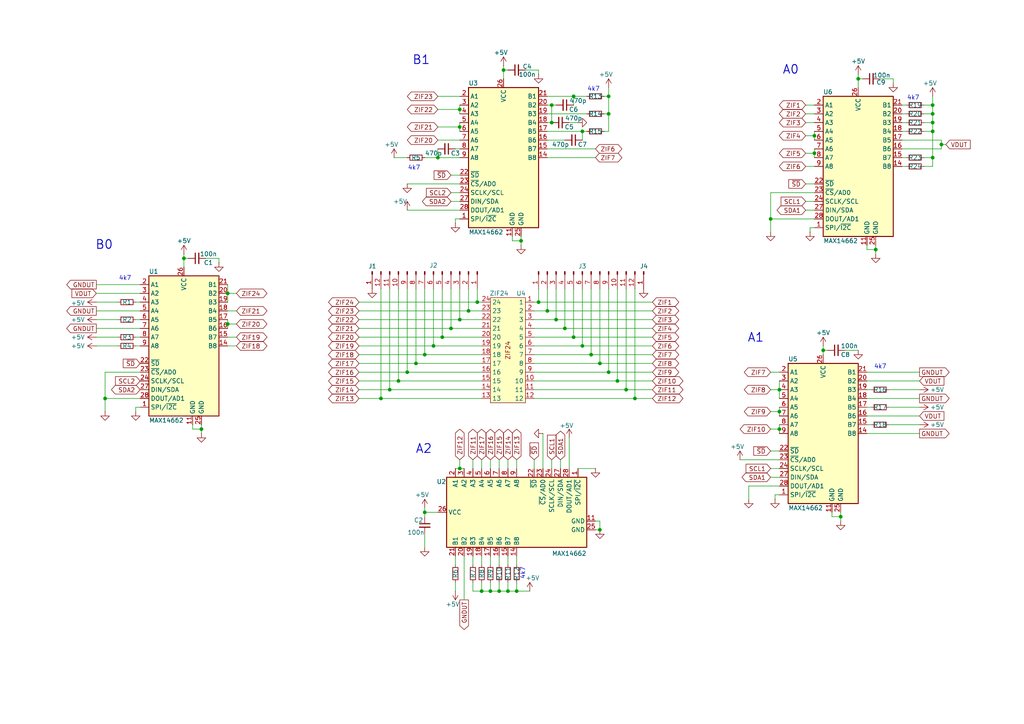
<source format=kicad_sch>
(kicad_sch (version 20250114) (generator "eeschema") (generator_version "9.0")
  (paper "A4")
  (title_block (title "Logic IC tester") (date "2025-04-16") (rev "3.0") (company "https://mera400.pl"))
  (text "A0" (at 229.362 20.32 0) (effects (font (size 2.54 2.54) (thickness 0.254) (bold yes))))
  (text "A2" (at 122.936 130.302 0) (effects (font (size 2.54 2.54) (thickness 0.254) (bold yes))))
  (text "A1" (at 219.202 98.044 0) (effects (font (size 2.54 2.54) (thickness 0.254) (bold yes))))
  (text "B1" (at 122.174 17.526 0) (effects (font (size 2.54 2.54) (thickness 0.254) (bold yes))))
  (text "4k7" (at 266.7 29.21 0) (effects (font (size 1.27 1.27)) (justify right bottom)))
  (text "4k7" (at 173.99 26.67 0) (effects (font (size 1.27 1.27)) (justify right bottom)))
  (text "B0" (at 30.226 71.12 0) (effects (font (size 2.54 2.54) (thickness 0.254) (bold yes))))
  (text "4k7" (at 121.92 49.53 0) (effects (font (size 1.27 1.27)) (justify right bottom)))
  (text "4k7" (at 152.4 168.148 90) (effects (font (size 1.27 1.27)) (justify left bottom)))
  (text "4k7" (at 38.1 81.534 0) (effects (font (size 1.27 1.27)) (justify right bottom)))
  (text "4k7" (at 253.492 107.188 0) (effects (font (size 1.27 1.27)) (justify left bottom)))
  (junction (at 151.13 69.85))
  (junction (at 66.04 85.09))
  (junction (at 127 45.72))
  (junction (at 149.86 171.45))
  (junction (at 168.91 100.33))
  (junction (at 166.37 27.94))
  (junction (at 160.02 30.48))
  (junction (at 128.27 97.79))
  (junction (at 273.05 41.91))
  (junction (at 118.11 107.95))
  (junction (at 173.99 153.67))
  (junction (at 176.53 27.94))
  (junction (at 125.73 100.33))
  (junction (at 158.75 90.17))
  (junction (at 176.53 107.95))
  (junction (at 135.89 90.17))
  (junction (at 173.99 105.41))
  (junction (at 243.84 149.86))
  (junction (at 168.91 38.1))
  (junction (at 226.06 124.46))
  (junction (at 270.51 35.56))
  (junction (at 270.51 33.02))
  (junction (at 138.43 87.63))
  (junction (at 110.49 115.57))
  (junction (at 236.22 44.45))
  (junction (at 58.42 124.46))
  (junction (at 147.32 171.45))
  (junction (at 156.21 87.63))
  (junction (at 223.52 63.5))
  (junction (at 53.34 74.93))
  (junction (at 181.61 113.03))
  (junction (at 226.06 113.03))
  (junction (at 161.29 92.71))
  (junction (at 176.53 33.02))
  (junction (at 270.51 38.1))
  (junction (at 146.05 20.32))
  (junction (at 133.35 135.89))
  (junction (at 270.51 30.48))
  (junction (at 133.35 31.75))
  (junction (at 160.02 35.56))
  (junction (at 254 72.39))
  (junction (at 133.35 36.83))
  (junction (at 226.06 119.38))
  (junction (at 142.24 171.45))
  (junction (at 236.22 39.37))
  (junction (at 139.7 171.45))
  (junction (at 166.37 97.79))
  (junction (at 179.07 110.49))
  (junction (at 270.51 45.72))
  (junction (at 171.45 102.87))
  (junction (at 144.78 171.45))
  (junction (at 113.03 113.03))
  (junction (at 238.76 101.6))
  (junction (at 115.57 110.49))
  (junction (at 248.92 22.86))
  (junction (at 184.15 115.57))
  (junction (at 120.65 105.41))
  (junction (at 130.81 95.25))
  (junction (at 133.35 92.71))
  (junction (at 123.19 102.87))
  (junction (at 30.48 115.57))
  (junction (at 163.83 95.25))
  (junction (at 123.19 148.59))
  (junction (at 66.04 93.98))
  (wire (pts (xy 223.52 63.5) (xy 223.52 67.31)))
  (wire (pts (xy 63.5 74.93) (xy 63.5 76.2)))
  (wire (pts (xy 27.94 95.25) (xy 40.64 95.25)))
  (wire (pts (xy 58.42 125.73) (xy 58.42 124.46)))
  (wire (pts (xy 236.22 38.1) (xy 236.22 39.37)))
  (wire (pts (xy 120.65 105.41) (xy 139.7 105.41)))
  (wire (pts (xy 176.53 25.4) (xy 176.53 27.94)))
  (wire (pts (xy 133.35 92.71) (xy 139.7 92.71)))
  (wire (pts (xy 115.57 83.82) (xy 115.57 110.49)))
  (wire (pts (xy 130.81 55.88) (xy 133.35 55.88)))
  (wire (pts (xy 226.06 133.35) (xy 214.63 133.35)))
  (wire (pts (xy 234.95 66.04) (xy 236.22 66.04)))
  (wire (pts (xy 243.84 149.86) (xy 243.84 148.59)))
  (wire (pts (xy 54.61 74.93) (xy 53.34 74.93)))
  (wire (pts (xy 156.21 83.82) (xy 156.21 87.63)))
  (wire (pts (xy 154.94 100.33) (xy 168.91 100.33)))
  (wire (pts (xy 273.05 41.91) (xy 273.05 43.18)))
  (wire (pts (xy 181.61 113.03) (xy 189.23 113.03)))
  (wire (pts (xy 270.51 35.56) (xy 270.51 38.1)))
  (wire (pts (xy 163.83 95.25) (xy 189.23 95.25)))
  (wire (pts (xy 251.46 120.65) (xy 266.7 120.65)))
  (wire (pts (xy 163.83 40.64) (xy 158.75 40.64)))
  (wire (pts (xy 147.32 168.91) (xy 147.32 171.45)))
  (wire (pts (xy 224.79 143.51) (xy 226.06 143.51)))
  (wire (pts (xy 149.86 171.45) (xy 153.67 171.45)))
  (wire (pts (xy 154.94 110.49) (xy 179.07 110.49)))
  (wire (pts (xy 142.24 171.45) (xy 144.78 171.45)))
  (wire (pts (xy 240.03 101.6) (xy 238.76 101.6)))
  (wire (pts (xy 30.48 119.38) (xy 30.48 115.57)))
  (wire (pts (xy 223.52 107.95) (xy 226.06 107.95)))
  (wire (pts (xy 267.97 35.56) (xy 270.51 35.56)))
  (wire (pts (xy 146.05 19.05) (xy 146.05 20.32)))
  (wire (pts (xy 248.92 22.86) (xy 248.92 25.4)))
  (wire (pts (xy 267.97 30.48) (xy 270.51 30.48)))
  (wire (pts (xy 39.37 87.63) (xy 40.64 87.63)))
  (wire (pts (xy 104.14 92.71) (xy 133.35 92.71)))
  (wire (pts (xy 172.72 135.89) (xy 167.64 135.89)))
  (wire (pts (xy 154.94 115.57) (xy 184.15 115.57)))
  (wire (pts (xy 154.94 90.17) (xy 158.75 90.17)))
  (wire (pts (xy 127 43.18) (xy 127 45.72)))
  (wire (pts (xy 172.72 43.18) (xy 158.75 43.18)))
  (wire (pts (xy 233.68 48.26) (xy 236.22 48.26)))
  (wire (pts (xy 27.94 100.33) (xy 34.29 100.33)))
  (wire (pts (xy 259.08 22.86) (xy 259.08 24.13)))
  (wire (pts (xy 226.06 119.38) (xy 226.06 120.65)))
  (wire (pts (xy 238.76 100.33) (xy 238.76 101.6)))
  (wire (pts (xy 40.64 85.09) (xy 27.94 85.09)))
  (wire (pts (xy 223.52 130.81) (xy 226.06 130.81)))
  (wire (pts (xy 154.94 87.63) (xy 156.21 87.63)))
  (wire (pts (xy 257.81 123.19) (xy 266.7 123.19)))
  (wire (pts (xy 176.53 27.94) (xy 176.53 33.02)))
  (wire (pts (xy 135.89 83.82) (xy 135.89 90.17)))
  (wire (pts (xy 127 36.83) (xy 133.35 36.83)))
  (wire (pts (xy 261.62 35.56) (xy 262.89 35.56)))
  (wire (pts (xy 163.83 83.82) (xy 163.83 95.25)))
  (wire (pts (xy 156.21 87.63) (xy 189.23 87.63)))
  (wire (pts (xy 233.68 53.34) (xy 236.22 53.34)))
  (wire (pts (xy 104.14 113.03) (xy 113.03 113.03)))
  (wire (pts (xy 233.68 60.96) (xy 236.22 60.96)))
  (wire (pts (xy 104.14 87.63) (xy 138.43 87.63)))
  (wire (pts (xy 251.46 72.39) (xy 251.46 71.12)))
  (wire (pts (xy 132.08 161.29) (xy 132.08 163.83)))
  (wire (pts (xy 261.62 45.72) (xy 262.89 45.72)))
  (wire (pts (xy 151.13 69.85) (xy 151.13 68.58)))
  (wire (pts (xy 217.17 140.97) (xy 217.17 144.78)))
  (wire (pts (xy 104.14 105.41) (xy 120.65 105.41)))
  (wire (pts (xy 128.27 83.82) (xy 128.27 97.79)))
  (wire (pts (xy 261.62 48.26) (xy 262.89 48.26)))
  (wire (pts (xy 104.14 97.79) (xy 128.27 97.79)))
  (wire (pts (xy 267.97 48.26) (xy 270.51 48.26)))
  (wire (pts (xy 154.94 105.41) (xy 173.99 105.41)))
  (wire (pts (xy 30.48 107.95) (xy 30.48 115.57)))
  (wire (pts (xy 251.46 115.57) (xy 266.7 115.57)))
  (wire (pts (xy 118.11 83.82) (xy 118.11 107.95)))
  (wire (pts (xy 251.46 125.73) (xy 266.7 125.73)))
  (wire (pts (xy 166.37 27.94) (xy 166.37 30.48)))
  (wire (pts (xy 161.29 30.48) (xy 160.02 30.48)))
  (wire (pts (xy 241.3 149.86) (xy 243.84 149.86)))
  (wire (pts (xy 158.75 90.17) (xy 189.23 90.17)))
  (wire (pts (xy 66.04 85.09) (xy 66.04 87.63)))
  (wire (pts (xy 137.16 161.29) (xy 137.16 163.83)))
  (wire (pts (xy 139.7 133.35) (xy 139.7 135.89)))
  (wire (pts (xy 104.14 102.87) (xy 123.19 102.87)))
  (wire (pts (xy 248.92 22.86) (xy 250.19 22.86)))
  (wire (pts (xy 154.94 102.87) (xy 171.45 102.87)))
  (wire (pts (xy 66.04 90.17) (xy 68.58 90.17)))
  (wire (pts (xy 168.91 83.82) (xy 168.91 100.33)))
  (wire (pts (xy 270.51 45.72) (xy 270.51 48.26)))
  (wire (pts (xy 27.94 82.55) (xy 40.64 82.55)))
  (wire (pts (xy 147.32 171.45) (xy 149.86 171.45)))
  (wire (pts (xy 154.94 92.71) (xy 161.29 92.71)))
  (wire (pts (xy 110.49 115.57) (xy 139.7 115.57)))
  (wire (pts (xy 104.14 100.33) (xy 125.73 100.33)))
  (wire (pts (xy 176.53 33.02) (xy 175.26 33.02)))
  (wire (pts (xy 40.64 100.33) (xy 39.37 100.33)))
  (wire (pts (xy 241.3 149.86) (xy 241.3 148.59)))
  (wire (pts (xy 172.72 45.72) (xy 158.75 45.72)))
  (wire (pts (xy 168.91 38.1) (xy 158.75 38.1)))
  (wire (pts (xy 139.7 171.45) (xy 142.24 171.45)))
  (wire (pts (xy 181.61 83.82) (xy 181.61 113.03)))
  (wire (pts (xy 154.94 133.35) (xy 154.94 135.89)))
  (wire (pts (xy 144.78 161.29) (xy 144.78 163.83)))
  (wire (pts (xy 273.05 40.64) (xy 261.62 40.64)))
  (wire (pts (xy 248.92 101.6) (xy 245.11 101.6)))
  (wire (pts (xy 130.81 50.8) (xy 133.35 50.8)))
  (wire (pts (xy 139.7 161.29) (xy 139.7 163.83)))
  (wire (pts (xy 257.81 113.03) (xy 266.7 113.03)))
  (wire (pts (xy 113.03 113.03) (xy 139.7 113.03)))
  (wire (pts (xy 137.16 133.35) (xy 137.16 135.89)))
  (wire (pts (xy 137.16 168.91) (xy 137.16 171.45)))
  (wire (pts (xy 104.14 107.95) (xy 118.11 107.95)))
  (wire (pts (xy 267.97 38.1) (xy 270.51 38.1)))
  (wire (pts (xy 176.53 38.1) (xy 175.26 38.1)))
  (wire (pts (xy 128.27 97.79) (xy 139.7 97.79)))
  (wire (pts (xy 130.81 58.42) (xy 133.35 58.42)))
  (wire (pts (xy 261.62 38.1) (xy 262.89 38.1)))
  (wire (pts (xy 233.68 58.42) (xy 236.22 58.42)))
  (wire (pts (xy 251.46 113.03) (xy 252.73 113.03)))
  (wire (pts (xy 144.78 168.91) (xy 144.78 171.45)))
  (wire (pts (xy 168.91 38.1) (xy 168.91 40.64)))
  (wire (pts (xy 160.02 30.48) (xy 158.75 30.48)))
  (wire (pts (xy 233.68 39.37) (xy 236.22 39.37)))
  (wire (pts (xy 255.27 22.86) (xy 259.08 22.86)))
  (wire (pts (xy 120.65 83.82) (xy 120.65 105.41)))
  (wire (pts (xy 123.19 147.32) (xy 123.19 148.59)))
  (wire (pts (xy 254 73.66) (xy 254 72.39)))
  (wire (pts (xy 170.18 27.94) (xy 166.37 27.94)))
  (wire (pts (xy 184.15 115.57) (xy 189.23 115.57)))
  (wire (pts (xy 223.52 135.89) (xy 226.06 135.89)))
  (wire (pts (xy 254 72.39) (xy 254 71.12)))
  (wire (pts (xy 223.52 124.46) (xy 226.06 124.46)))
  (wire (pts (xy 133.35 60.96) (xy 118.11 60.96)))
  (wire (pts (xy 147.32 161.29) (xy 147.32 163.83)))
  (wire (pts (xy 132.08 63.5) (xy 133.35 63.5)))
  (wire (pts (xy 161.29 92.71) (xy 189.23 92.71)))
  (wire (pts (xy 55.88 124.46) (xy 58.42 124.46)))
  (wire (pts (xy 233.68 30.48) (xy 236.22 30.48)))
  (wire (pts (xy 267.97 45.72) (xy 270.51 45.72)))
  (wire (pts (xy 148.59 69.85) (xy 148.59 68.58)))
  (wire (pts (xy 168.91 100.33) (xy 189.23 100.33)))
  (wire (pts (xy 261.62 33.02) (xy 262.89 33.02)))
  (wire (pts (xy 217.17 140.97) (xy 226.06 140.97)))
  (wire (pts (xy 166.37 97.79) (xy 189.23 97.79)))
  (wire (pts (xy 273.05 40.64) (xy 273.05 41.91)))
  (wire (pts (xy 53.34 73.66) (xy 53.34 74.93)))
  (wire (pts (xy 147.32 133.35) (xy 147.32 135.89)))
  (wire (pts (xy 171.45 83.82) (xy 171.45 102.87)))
  (wire (pts (xy 233.68 35.56) (xy 236.22 35.56)))
  (wire (pts (xy 173.99 151.13) (xy 172.72 151.13)))
  (wire (pts (xy 127 40.64) (xy 133.35 40.64)))
  (wire (pts (xy 142.24 168.91) (xy 142.24 171.45)))
  (wire (pts (xy 184.15 83.82) (xy 184.15 115.57)))
  (wire (pts (xy 158.75 35.56) (xy 160.02 35.56)))
  (wire (pts (xy 110.49 83.82) (xy 110.49 115.57)))
  (wire (pts (xy 132.08 168.91) (xy 132.08 171.45)))
  (wire (pts (xy 224.79 143.51) (xy 224.79 144.78)))
  (wire (pts (xy 267.97 33.02) (xy 270.51 33.02)))
  (wire (pts (xy 123.19 45.72) (xy 127 45.72)))
  (wire (pts (xy 132.08 64.77) (xy 132.08 63.5)))
  (wire (pts (xy 133.35 53.34) (xy 118.11 53.34)))
  (wire (pts (xy 40.64 107.95) (xy 30.48 107.95)))
  (wire (pts (xy 132.08 135.89) (xy 133.35 135.89)))
  (wire (pts (xy 144.78 133.35) (xy 144.78 135.89)))
  (wire (pts (xy 261.62 30.48) (xy 262.89 30.48)))
  (wire (pts (xy 273.05 41.91) (xy 274.32 41.91)))
  (wire (pts (xy 223.52 55.88) (xy 223.52 63.5)))
  (wire (pts (xy 234.95 67.31) (xy 234.95 66.04)))
  (wire (pts (xy 66.04 97.79) (xy 68.58 97.79)))
  (wire (pts (xy 223.52 138.43) (xy 226.06 138.43)))
  (wire (pts (xy 58.42 124.46) (xy 58.42 123.19)))
  (wire (pts (xy 59.69 74.93) (xy 63.5 74.93)))
  (wire (pts (xy 130.81 95.25) (xy 139.7 95.25)))
  (wire (pts (xy 104.14 110.49) (xy 115.57 110.49)))
  (wire (pts (xy 243.84 151.13) (xy 243.84 149.86)))
  (wire (pts (xy 161.29 83.82) (xy 161.29 92.71)))
  (wire (pts (xy 118.11 107.95) (xy 139.7 107.95)))
  (wire (pts (xy 173.99 105.41) (xy 189.23 105.41)))
  (wire (pts (xy 125.73 100.33) (xy 139.7 100.33)))
  (wire (pts (xy 130.81 83.82) (xy 130.81 95.25)))
  (wire (pts (xy 167.64 35.56) (xy 165.1 35.56)))
  (wire (pts (xy 27.94 97.79) (xy 34.29 97.79)))
  (wire (pts (xy 27.94 92.71) (xy 34.29 92.71)))
  (wire (pts (xy 156.21 20.32) (xy 156.21 21.59)))
  (wire (pts (xy 133.35 30.48) (xy 133.35 31.75)))
  (wire (pts (xy 233.68 33.02) (xy 236.22 33.02)))
  (wire (pts (xy 226.06 118.11) (xy 226.06 119.38)))
  (wire (pts (xy 125.73 83.82) (xy 125.73 100.33)))
  (wire (pts (xy 223.52 63.5) (xy 236.22 63.5)))
  (wire (pts (xy 55.88 124.46) (xy 55.88 123.19)))
  (wire (pts (xy 113.03 83.82) (xy 113.03 113.03)))
  (wire (pts (xy 123.19 102.87) (xy 139.7 102.87)))
  (wire (pts (xy 142.24 161.29) (xy 142.24 163.83)))
  (wire (pts (xy 27.94 87.63) (xy 34.29 87.63)))
  (wire (pts (xy 144.78 171.45) (xy 147.32 171.45)))
  (wire (pts (xy 223.52 119.38) (xy 226.06 119.38)))
  (wire (pts (xy 133.35 133.35) (xy 133.35 135.89)))
  (wire (pts (xy 149.86 168.91) (xy 149.86 171.45)))
  (wire (pts (xy 170.18 33.02) (xy 158.75 33.02)))
  (wire (pts (xy 154.94 113.03) (xy 181.61 113.03)))
  (wire (pts (xy 123.19 148.59) (xy 123.19 149.86)))
  (wire (pts (xy 66.04 100.33) (xy 68.58 100.33)))
  (wire (pts (xy 133.35 135.89) (xy 134.62 135.89)))
  (wire (pts (xy 66.04 93.98) (xy 68.58 93.98)))
  (wire (pts (xy 104.14 115.57) (xy 110.49 115.57)))
  (wire (pts (xy 127 27.94) (xy 133.35 27.94)))
  (wire (pts (xy 170.18 38.1) (xy 168.91 38.1)))
  (wire (pts (xy 251.46 107.95) (xy 266.7 107.95)))
  (wire (pts (xy 248.92 21.59) (xy 248.92 22.86)))
  (wire (pts (xy 115.57 110.49) (xy 139.7 110.49)))
  (wire (pts (xy 251.46 72.39) (xy 254 72.39)))
  (wire (pts (xy 127 45.72) (xy 133.35 45.72)))
  (wire (pts (xy 133.35 43.18) (xy 132.08 43.18)))
  (wire (pts (xy 127 31.75) (xy 133.35 31.75)))
  (wire (pts (xy 66.04 85.09) (xy 68.58 85.09)))
  (wire (pts (xy 251.46 110.49) (xy 266.7 110.49)))
  (wire (pts (xy 173.99 83.82) (xy 173.99 105.41)))
  (wire (pts (xy 66.04 82.55) (xy 66.04 85.09)))
  (wire (pts (xy 39.37 118.11) (xy 40.64 118.11)))
  (wire (pts (xy 152.4 20.32) (xy 156.21 20.32)))
  (wire (pts (xy 133.35 36.83) (xy 133.35 35.56)))
  (wire (pts (xy 236.22 43.18) (xy 236.22 44.45)))
  (wire (pts (xy 226.06 123.19) (xy 226.06 124.46)))
  (wire (pts (xy 154.94 97.79) (xy 166.37 97.79)))
  (wire (pts (xy 53.34 74.93) (xy 53.34 77.47)))
  (wire (pts (xy 154.94 107.95) (xy 176.53 107.95)))
  (wire (pts (xy 27.94 90.17) (xy 40.64 90.17)))
  (wire (pts (xy 158.75 83.82) (xy 158.75 90.17)))
  (wire (pts (xy 179.07 83.82) (xy 179.07 110.49)))
  (wire (pts (xy 139.7 168.91) (xy 139.7 171.45)))
  (wire (pts (xy 236.22 44.45) (xy 236.22 45.72)))
  (wire (pts (xy 39.37 119.38) (xy 39.37 118.11)))
  (wire (pts (xy 160.02 30.48) (xy 160.02 35.56)))
  (wire (pts (xy 166.37 83.82) (xy 166.37 97.79)))
  (wire (pts (xy 133.35 36.83) (xy 133.35 38.1)))
  (wire (pts (xy 233.68 44.45) (xy 236.22 44.45)))
  (wire (pts (xy 226.06 113.03) (xy 226.06 115.57)))
  (wire (pts (xy 40.64 92.71) (xy 39.37 92.71)))
  (wire (pts (xy 173.99 153.67) (xy 172.72 153.67)))
  (wire (pts (xy 270.51 27.94) (xy 270.51 30.48)))
  (wire (pts (xy 270.51 33.02) (xy 270.51 35.56)))
  (wire (pts (xy 114.3 45.72) (xy 118.11 45.72)))
  (wire (pts (xy 166.37 27.94) (xy 158.75 27.94)))
  (wire (pts (xy 134.62 173.99) (xy 134.62 161.29)))
  (wire (pts (xy 138.43 87.63) (xy 139.7 87.63)))
  (wire (pts (xy 30.48 115.57) (xy 40.64 115.57)))
  (wire (pts (xy 123.19 148.59) (xy 127 148.59)))
  (wire (pts (xy 40.64 97.79) (xy 39.37 97.79)))
  (wire (pts (xy 257.81 118.11) (xy 266.7 118.11)))
  (wire (pts (xy 165.1 135.89) (xy 165.1 127)))
  (wire (pts (xy 223.52 55.88) (xy 236.22 55.88)))
  (wire (pts (xy 160.02 133.35) (xy 160.02 135.89)))
  (wire (pts (xy 123.19 154.94) (xy 123.19 158.75)))
  (wire (pts (xy 251.46 123.19) (xy 252.73 123.19)))
  (wire (pts (xy 223.52 113.03) (xy 226.06 113.03)))
  (wire (pts (xy 66.04 95.25) (xy 66.04 93.98)))
  (wire (pts (xy 270.51 38.1) (xy 270.51 45.72)))
  (wire (pts (xy 151.13 69.85) (xy 148.59 69.85)))
  (wire (pts (xy 236.22 39.37) (xy 236.22 40.64)))
  (wire (pts (xy 261.62 43.18) (xy 273.05 43.18)))
  (wire (pts (xy 176.53 107.95) (xy 189.23 107.95)))
  (wire (pts (xy 226.06 124.46) (xy 226.06 125.73)))
  (wire (pts (xy 270.51 30.48) (xy 270.51 33.02)))
  (wire (pts (xy 104.14 90.17) (xy 135.89 90.17)))
  (wire (pts (xy 146.05 20.32) (xy 146.05 22.86)))
  (wire (pts (xy 138.43 83.82) (xy 138.43 87.63)))
  (wire (pts (xy 176.53 27.94) (xy 175.26 27.94)))
  (wire (pts (xy 149.86 133.35) (xy 149.86 135.89)))
  (wire (pts (xy 133.35 31.75) (xy 133.35 33.02)))
  (wire (pts (xy 135.89 90.17) (xy 139.7 90.17)))
  (wire (pts (xy 154.94 95.25) (xy 163.83 95.25)))
  (wire (pts (xy 173.99 153.67) (xy 173.99 151.13)))
  (wire (pts (xy 149.86 161.29) (xy 149.86 163.83)))
  (wire (pts (xy 251.46 118.11) (xy 252.73 118.11)))
  (wire (pts (xy 123.19 83.82) (xy 123.19 102.87)))
  (wire (pts (xy 176.53 33.02) (xy 176.53 38.1)))
  (wire (pts (xy 176.53 83.82) (xy 176.53 107.95)))
  (wire (pts (xy 133.35 83.82) (xy 133.35 92.71)))
  (wire (pts (xy 137.16 171.45) (xy 139.7 171.45)))
  (wire (pts (xy 179.07 110.49) (xy 189.23 110.49)))
  (wire (pts (xy 171.45 102.87) (xy 189.23 102.87)))
  (wire (pts (xy 162.56 133.35) (xy 162.56 135.89)))
  (wire (pts (xy 147.32 20.32) (xy 146.05 20.32)))
  (wire (pts (xy 66.04 93.98) (xy 66.04 92.71)))
  (wire (pts (xy 238.76 101.6) (xy 238.76 102.87)))
  (wire (pts (xy 142.24 133.35) (xy 142.24 135.89)))
  (wire (pts (xy 151.13 71.12) (xy 151.13 69.85)))
  (wire (pts (xy 104.14 95.25) (xy 130.81 95.25)))
  (wire (pts (xy 157.48 125.73) (xy 157.48 135.89)))
  (wire (pts (xy 226.06 110.49) (xy 226.06 113.03)))
  (global_label "ZIF23" (shape bidirectional) (at 104.14 90.17 180) (property "Intersheetrefs" "${INTERSHEET_REFS}" (effects (hide yes))))
  (global_label "ZIF2" (shape bidirectional) (at 233.68 33.02 180) (property "Intersheetrefs" "${INTERSHEET_REFS}" (effects (hide yes))))
  (global_label "ZIF4" (shape bidirectional) (at 189.23 95.25 0) (property "Intersheetrefs" "${INTERSHEET_REFS}" (effects (hide yes))))
  (global_label "GNDUT" (shape output) (at 266.7 115.57 0) (property "Intersheetrefs" "${INTERSHEET_REFS}" (effects (hide yes))))
  (global_label "ZIF22" (shape bidirectional) (at 104.14 92.71 180) (property "Intersheetrefs" "${INTERSHEET_REFS}" (effects (hide yes))))
  (global_label "ZIF22" (shape bidirectional) (at 127 31.75 180) (property "Intersheetrefs" "${INTERSHEET_REFS}" (effects (hide yes))))
  (global_label "ZIF10" (shape bidirectional) (at 189.23 110.49 0) (property "Intersheetrefs" "${INTERSHEET_REFS}" (effects (hide yes))))
  (global_label "~{SD}" (shape input) (at 223.52 130.81 180) (property "Intersheetrefs" "${INTERSHEET_REFS}" (effects (hide yes))))
  (global_label "ZIF6" (shape bidirectional) (at 233.68 48.26 180) (property "Intersheetrefs" "${INTERSHEET_REFS}" (effects (hide yes))))
  (global_label "ZIF9" (shape bidirectional) (at 189.23 107.95 0) (property "Intersheetrefs" "${INTERSHEET_REFS}" (effects (hide yes))))
  (global_label "ZIF20" (shape bidirectional) (at 68.58 93.98 0) (property "Intersheetrefs" "${INTERSHEET_REFS}" (effects (hide yes))))
  (global_label "ZIF1" (shape bidirectional) (at 233.68 30.48 180) (property "Intersheetrefs" "${INTERSHEET_REFS}" (effects (hide yes))))
  (global_label "ZIF19" (shape bidirectional) (at 104.14 100.33 180) (property "Intersheetrefs" "${INTERSHEET_REFS}" (effects (hide yes))))
  (global_label "GNDUT" (shape output) (at 27.94 95.25 180) (property "Intersheetrefs" "${INTERSHEET_REFS}" (effects (hide yes))))
  (global_label "SDA1" (shape bidirectional) (at 223.52 138.43 180) (property "Intersheetrefs" "${INTERSHEET_REFS}" (effects (hide yes))))
  (global_label "ZIF23" (shape bidirectional) (at 127 27.94 180) (property "Intersheetrefs" "${INTERSHEET_REFS}" (effects (hide yes))))
  (global_label "VDUT" (shape input) (at 274.32 41.91 0) (property "Intersheetrefs" "${INTERSHEET_REFS}" (effects (hide yes))))
  (global_label "ZIF18" (shape bidirectional) (at 68.58 100.33 0) (property "Intersheetrefs" "${INTERSHEET_REFS}" (effects (hide yes))))
  (global_label "ZIF11" (shape bidirectional) (at 189.23 113.03 0) (property "Intersheetrefs" "${INTERSHEET_REFS}" (effects (hide yes))))
  (global_label "SCL2" (shape input) (at 40.64 110.49 180) (property "Intersheetrefs" "${INTERSHEET_REFS}" (effects (hide yes))))
  (global_label "~{SD}" (shape input) (at 233.68 53.34 180) (property "Intersheetrefs" "${INTERSHEET_REFS}" (effects (hide yes))))
  (global_label "ZIF16" (shape bidirectional) (at 142.24 133.35 90) (property "Intersheetrefs" "${INTERSHEET_REFS}" (effects (hide yes))))
  (global_label "ZIF14" (shape bidirectional) (at 147.32 133.35 90) (property "Intersheetrefs" "${INTERSHEET_REFS}" (effects (hide yes))))
  (global_label "ZIF19" (shape bidirectional) (at 68.58 97.79 0) (property "Intersheetrefs" "${INTERSHEET_REFS}" (effects (hide yes))))
  (global_label "SCL1" (shape input) (at 223.52 135.89 180) (property "Intersheetrefs" "${INTERSHEET_REFS}" (effects (hide yes))))
  (global_label "ZIF13" (shape bidirectional) (at 149.86 133.35 90) (property "Intersheetrefs" "${INTERSHEET_REFS}" (effects (hide yes))))
  (global_label "ZIF17" (shape bidirectional) (at 104.14 105.41 180) (property "Intersheetrefs" "${INTERSHEET_REFS}" (effects (hide yes))))
  (global_label "VDUT" (shape input) (at 266.7 110.49 0) (property "Intersheetrefs" "${INTERSHEET_REFS}" (effects (hide yes))))
  (global_label "ZIF24" (shape bidirectional) (at 104.14 87.63 180) (property "Intersheetrefs" "${INTERSHEET_REFS}" (effects (hide yes))))
  (global_label "ZIF8" (shape bidirectional) (at 223.52 113.03 180) (property "Intersheetrefs" "${INTERSHEET_REFS}" (effects (hide yes))))
  (global_label "GNDUT" (shape output) (at 27.94 90.17 180) (property "Intersheetrefs" "${INTERSHEET_REFS}" (effects (hide yes))))
  (global_label "ZIF7" (shape bidirectional) (at 223.52 107.95 180) (property "Intersheetrefs" "${INTERSHEET_REFS}" (effects (hide yes))))
  (global_label "ZIF3" (shape bidirectional) (at 189.23 92.71 0) (property "Intersheetrefs" "${INTERSHEET_REFS}" (effects (hide yes))))
  (global_label "ZIF20" (shape bidirectional) (at 127 40.64 180) (property "Intersheetrefs" "${INTERSHEET_REFS}" (effects (hide yes))))
  (global_label "~{SD}" (shape input) (at 130.81 50.8 180) (property "Intersheetrefs" "${INTERSHEET_REFS}" (effects (hide yes))))
  (global_label "ZIF17" (shape bidirectional) (at 139.7 133.35 90) (property "Intersheetrefs" "${INTERSHEET_REFS}" (effects (hide yes))))
  (global_label "ZIF13" (shape bidirectional) (at 104.14 115.57 180) (property "Intersheetrefs" "${INTERSHEET_REFS}" (effects (hide yes))))
  (global_label "ZIF2" (shape bidirectional) (at 189.23 90.17 0) (property "Intersheetrefs" "${INTERSHEET_REFS}" (effects (hide yes))))
  (global_label "SDA1" (shape bidirectional) (at 162.56 133.35 90) (property "Intersheetrefs" "${INTERSHEET_REFS}" (effects (hide yes))))
  (global_label "~{SD}" (shape input) (at 40.64 105.41 180) (property "Intersheetrefs" "${INTERSHEET_REFS}" (effects (hide yes))))
  (global_label "ZIF21" (shape bidirectional) (at 104.14 95.25 180) (property "Intersheetrefs" "${INTERSHEET_REFS}" (effects (hide yes))))
  (global_label "ZIF5" (shape bidirectional) (at 189.23 97.79 0) (property "Intersheetrefs" "${INTERSHEET_REFS}" (effects (hide yes))))
  (global_label "VDUT" (shape input) (at 266.7 120.65 0) (property "Intersheetrefs" "${INTERSHEET_REFS}" (effects (hide yes))))
  (global_label "ZIF16" (shape bidirectional) (at 104.14 107.95 180) (property "Intersheetrefs" "${INTERSHEET_REFS}" (effects (hide yes))))
  (global_label "GNDUT" (shape output) (at 134.62 173.99 270) (property "Intersheetrefs" "${INTERSHEET_REFS}" (effects (hide yes))))
  (global_label "ZIF12" (shape bidirectional) (at 133.35 133.35 90) (property "Intersheetrefs" "${INTERSHEET_REFS}" (effects (hide yes))))
  (global_label "ZIF21" (shape bidirectional) (at 68.58 90.17 0) (property "Intersheetrefs" "${INTERSHEET_REFS}" (effects (hide yes))))
  (global_label "ZIF12" (shape bidirectional) (at 189.23 115.57 0) (property "Intersheetrefs" "${INTERSHEET_REFS}" (effects (hide yes))))
  (global_label "ZIF10" (shape bidirectional) (at 223.52 124.46 180) (property "Intersheetrefs" "${INTERSHEET_REFS}" (effects (hide yes))))
  (global_label "ZIF9" (shape bidirectional) (at 223.52 119.38 180) (property "Intersheetrefs" "${INTERSHEET_REFS}" (effects (hide yes))))
  (global_label "ZIF3" (shape bidirectional) (at 233.68 35.56 180) (property "Intersheetrefs" "${INTERSHEET_REFS}" (effects (hide yes))))
  (global_label "GNDUT" (shape output) (at 266.7 107.95 0) (property "Intersheetrefs" "${INTERSHEET_REFS}" (effects (hide yes))))
  (global_label "ZIF5" (shape bidirectional) (at 233.68 44.45 180) (property "Intersheetrefs" "${INTERSHEET_REFS}" (effects (hide yes))))
  (global_label "GNDUT" (shape output) (at 266.7 125.73 0) (property "Intersheetrefs" "${INTERSHEET_REFS}" (effects (hide yes))))
  (global_label "VDUT" (shape input) (at 27.94 85.09 180) (property "Intersheetrefs" "${INTERSHEET_REFS}" (effects (hide yes))))
  (global_label "ZIF8" (shape bidirectional) (at 189.23 105.41 0) (property "Intersheetrefs" "${INTERSHEET_REFS}" (effects (hide yes))))
  (global_label "ZIF18" (shape bidirectional) (at 104.14 102.87 180) (property "Intersheetrefs" "${INTERSHEET_REFS}" (effects (hide yes))))
  (global_label "ZIF24" (shape bidirectional) (at 68.58 85.09 0) (property "Intersheetrefs" "${INTERSHEET_REFS}" (effects (hide yes))))
  (global_label "ZIF20" (shape bidirectional) (at 104.14 97.79 180) (property "Intersheetrefs" "${INTERSHEET_REFS}" (effects (hide yes))))
  (global_label "ZIF7" (shape bidirectional) (at 172.72 45.72 0) (property "Intersheetrefs" "${INTERSHEET_REFS}" (effects (hide yes))))
  (global_label "SDA2" (shape bidirectional) (at 40.64 113.03 180) (property "Intersheetrefs" "${INTERSHEET_REFS}" (effects (hide yes))))
  (global_label "ZIF11" (shape bidirectional) (at 137.16 133.35 90) (property "Intersheetrefs" "${INTERSHEET_REFS}" (effects (hide yes))))
  (global_label "SCL2" (shape input) (at 130.81 55.88 180) (property "Intersheetrefs" "${INTERSHEET_REFS}" (effects (hide yes))))
  (global_label "ZIF15" (shape bidirectional) (at 144.78 133.35 90) (property "Intersheetrefs" "${INTERSHEET_REFS}" (effects (hide yes))))
  (global_label "SCL1" (shape input) (at 233.68 58.42 180) (property "Intersheetrefs" "${INTERSHEET_REFS}" (effects (hide yes))))
  (global_label "ZIF21" (shape bidirectional) (at 127 36.83 180) (property "Intersheetrefs" "${INTERSHEET_REFS}" (effects (hide yes))))
  (global_label "SCL1" (shape input) (at 160.02 133.35 90) (property "Intersheetrefs" "${INTERSHEET_REFS}" (effects (hide yes))))
  (global_label "ZIF15" (shape bidirectional) (at 104.14 110.49 180) (property "Intersheetrefs" "${INTERSHEET_REFS}" (effects (hide yes))))
  (global_label "SDA1" (shape bidirectional) (at 233.68 60.96 180) (property "Intersheetrefs" "${INTERSHEET_REFS}" (effects (hide yes))))
  (global_label "ZIF14" (shape bidirectional) (at 104.14 113.03 180) (property "Intersheetrefs" "${INTERSHEET_REFS}" (effects (hide yes))))
  (global_label "ZIF6" (shape bidirectional) (at 189.23 100.33 0) (property "Intersheetrefs" "${INTERSHEET_REFS}" (effects (hide yes))))
  (global_label "SDA2" (shape bidirectional) (at 130.81 58.42 180) (property "Intersheetrefs" "${INTERSHEET_REFS}" (effects (hide yes))))
  (global_label "ZIF7" (shape bidirectional) (at 189.23 102.87 0) (property "Intersheetrefs" "${INTERSHEET_REFS}" (effects (hide yes))))
  (global_label "~{SD}" (shape input) (at 154.94 133.35 90) (property "Intersheetrefs" "${INTERSHEET_REFS}" (effects (hide yes))))
  (global_label "ZIF4" (shape bidirectional) (at 233.68 39.37 180) (property "Intersheetrefs" "${INTERSHEET_REFS}" (effects (hide yes))))
  (global_label "ZIF1" (shape bidirectional) (at 189.23 87.63 0) (property "Intersheetrefs" "${INTERSHEET_REFS}" (effects (hide yes))))
  (global_label "GNDUT" (shape output) (at 27.94 82.55 180) (property "Intersheetrefs" "${INTERSHEET_REFS}" (effects (hide yes))))
  (global_label "ZIF6" (shape bidirectional) (at 172.72 43.18 0) (property "Intersheetrefs" "${INTERSHEET_REFS}" (effects (hide yes))))
  (symbol (lib_id "power:GND") (at 217.17 144.78 0) (mirror y) (unit 1)
    (property "Reference" "#PWR030" (effects (hide yes)))
    (property "Value" "GND" (effects (hide yes)))
    (property "Description" "Power symbol creates a global label with name \"GND\" , ground" (effects (hide yes)))
  )
  (symbol (lib_id "Device:C_Small") (at 129.54 43.18 270) (mirror x) (unit 1)
    (property "Reference" "C3" (at 132.08 44.45 90))
    (property "Value" "470p" (at 125.73 44.45 90))
    (property "Footprint" "Capacitor_SMD:C_0805_2012Metric_Pad1.18x1.45mm_HandSolder" (effects (hide yes)))
    (property "Description" "Unpolarized capacitor, small symbol" (effects (hide yes)))
  )
  (symbol (lib_id "power:+5V") (at 165.1 127 0) (mirror y) (unit 1)
    (property "Reference" "#PWR023" (effects (hide yes)))
    (property "Value" "+5V" (at 166.37 123.444 0) (effects (justify left)))
    (property "Description" "Power symbol creates a global label with name \"+5V\"" (effects (hide yes)))
  )
  (symbol (lib_id "power:GND") (at 123.19 158.75 0) (mirror y) (unit 1)
    (property "Reference" "#PWR015" (effects (hide yes)))
    (property "Value" "GND" (effects (hide yes)))
    (property "Description" "Power symbol creates a global label with name \"GND\" , ground" (effects (hide yes)))
  )
  (symbol (lib_name "MAX14662_4") (lib_id "ictester:MAX14662") (at 238.76 27.94 0) (unit 1)
    (property "Reference" "U6" (at 238.76 26.67 0) (effects (justify left)))
    (property "Value" "MAX14662" (at 243.84 69.85 0))
    (property "Footprint" "Package_DFN_QFN:QFN-28-1EP_4x4mm_P0.4mm_EP2.6x2.6mm" (effects (hide yes)))
    (property "Datasheet" "https://www.analog.com/media/en/technical-documentation/data-sheets/MAX14662.pdf" (effects (hide yes)))
    (property "Description" "Serially controlled 8 x SPST switch" (effects (hide yes)))
  )
  (symbol (lib_id "power:+5V") (at 123.19 147.32 0) (mirror y) (unit 1)
    (property "Reference" "#PWR014" (effects (hide yes)))
    (property "Value" "+5V" (at 124.46 143.51 0) (effects (justify left)))
    (property "Description" "Power symbol creates a global label with name \"+5V\"" (effects (hide yes)))
  )
  (symbol (lib_id "power:GND") (at 107.95 83.82 0) (mirror y) (unit 1)
    (property "Reference" "#PWR010" (effects (hide yes)))
    (property "Value" "GND" (effects (hide yes)))
    (property "Description" "Power symbol creates a global label with name \"GND\" , ground" (effects (hide yes)))
  )
  (symbol (lib_id "ictester:ZIF24") (at 152.4 86.36 0) (mirror y) (unit 1)
    (property "Reference" "U4" (at 151.13 85.09 0))
    (property "Value" "ZIF24" (at 144.78 85.09 0))
    (property "Footprint" "Socket:DIP_Socket-24_W11.9_W12.7_W15.24_W17.78_W18.5_3M_224-1275-00-0602J" (effects (hide yes)))
  )
  (symbol (lib_id "Device:R_Small") (at 172.72 38.1 270) (mirror x) (unit 1)
    (property "Reference" "R15" (at 172.72 38.1 90))
    (property "Value" "4k7" (effects (hide yes)))
    (property "Footprint" "Resistor_SMD:R_0805_2012Metric_Pad1.20x1.40mm_HandSolder" (effects (hide yes)))
    (property "Description" "Resistor, small symbol" (effects (hide yes)))
  )
  (symbol (lib_id "power:+5V") (at 27.94 100.33 90) (unit 1)
    (property "Reference" "#PWR04" (effects (hide yes)))
    (property "Value" "+5V" (at 24.638 100.33 90) (effects (justify left)))
    (property "Description" "Power symbol creates a global label with name \"+5V\"" (effects (hide yes)))
  )
  (symbol (lib_id "ictester:MAX14662") (at 228.6 105.41 0) (unit 1)
    (property "Reference" "U5" (at 228.6 104.14 0) (effects (justify left)))
    (property "Value" "MAX14662" (at 233.68 147.32 0))
    (property "Footprint" "Package_DFN_QFN:QFN-28-1EP_4x4mm_P0.4mm_EP2.6x2.6mm" (effects (hide yes)))
    (property "Datasheet" "https://www.analog.com/media/en/technical-documentation/data-sheets/MAX14662.pdf" (effects (hide yes)))
    (property "Description" "Serially controlled 8 x SPST switch" (effects (hide yes)))
  )
  (symbol (lib_id "Device:R_Small") (at 255.27 113.03 90) (unit 1)
    (property "Reference" "R16" (at 255.27 113.03 90))
    (property "Value" "4k7" (effects (hide yes)))
    (property "Footprint" "Resistor_SMD:R_0805_2012Metric_Pad1.20x1.40mm_HandSolder" (effects (hide yes)))
    (property "Description" "Resistor, small symbol" (effects (hide yes)))
  )
  (symbol (lib_id "Device:R_Small") (at 36.83 97.79 270) (unit 1)
    (property "Reference" "R3" (at 36.83 97.79 90))
    (property "Value" "4k7" (effects (hide yes)))
    (property "Footprint" "Resistor_SMD:R_0805_2012Metric_Pad1.20x1.40mm_HandSolder" (effects (hide yes)))
    (property "Description" "Resistor, small symbol" (effects (hide yes)))
  )
  (symbol (lib_id "power:+5V") (at 266.7 113.03 270) (unit 1)
    (property "Reference" "#PWR040" (effects (hide yes)))
    (property "Value" "+5V" (at 269.748 113.03 90) (effects (justify left)))
    (property "Description" "Power symbol creates a global label with name \"+5V\"" (effects (hide yes)))
  )
  (symbol (lib_name "MAX14662_2") (lib_id "ictester:MAX14662") (at 135.89 25.4 0) (unit 1)
    (property "Reference" "U3" (at 135.89 24.13 0) (effects (justify left)))
    (property "Value" "MAX14662" (at 140.97 67.31 0))
    (property "Footprint" "Package_DFN_QFN:QFN-28-1EP_4x4mm_P0.4mm_EP2.6x2.6mm" (effects (hide yes)))
    (property "Datasheet" "https://www.analog.com/media/en/technical-documentation/data-sheets/MAX14662.pdf" (effects (hide yes)))
    (property "Description" "Serially controlled 8 x SPST switch" (effects (hide yes)))
  )
  (symbol (lib_id "Device:C_Small") (at 242.57 101.6 90) (unit 1)
    (property "Reference" "C8" (at 243.84 102.87 90) (effects (justify right)))
    (property "Value" "100n" (at 243.84 100.33 90) (effects (justify right)))
    (property "Footprint" "Capacitor_SMD:C_0805_2012Metric_Pad1.18x1.45mm_HandSolder" (effects (hide yes)))
    (property "Description" "Unpolarized capacitor, small symbol" (effects (hide yes)))
  )
  (symbol (lib_id "power:+5V") (at 53.34 73.66 0) (mirror y) (unit 1)
    (property "Reference" "#PWR07" (effects (hide yes)))
    (property "Value" "+5V" (at 53.34 69.85 0))
    (property "Description" "Power symbol creates a global label with name \"+5V\"" (effects (hide yes)))
  )
  (symbol (lib_id "Device:R_Small") (at 172.72 33.02 270) (mirror x) (unit 1)
    (property "Reference" "R14" (at 172.72 33.02 90))
    (property "Value" "4k7" (effects (hide yes)))
    (property "Footprint" "Resistor_SMD:R_0805_2012Metric_Pad1.20x1.40mm_HandSolder" (effects (hide yes)))
    (property "Description" "Resistor, small symbol" (effects (hide yes)))
  )
  (symbol (lib_id "Device:R_Small") (at 139.7 166.37 0) (unit 1)
    (property "Reference" "R8" (at 139.7 166.37 90))
    (property "Value" "4k7" (effects (hide yes)))
    (property "Footprint" "Resistor_SMD:R_0805_2012Metric_Pad1.20x1.40mm_HandSolder" (effects (hide yes)))
    (property "Description" "Resistor, small symbol" (effects (hide yes)))
  )
  (symbol (lib_id "Device:R_Small") (at 172.72 27.94 270) (mirror x) (unit 1)
    (property "Reference" "R13" (at 172.72 27.94 90))
    (property "Value" "4k7" (effects (hide yes)))
    (property "Footprint" "Resistor_SMD:R_0805_2012Metric_Pad1.20x1.40mm_HandSolder" (effects (hide yes)))
    (property "Description" "Resistor, small symbol" (effects (hide yes)))
  )
  (symbol (lib_id "Device:R_Small") (at 265.43 33.02 90) (mirror x) (unit 1)
    (property "Reference" "R20" (at 265.43 33.02 90))
    (property "Value" "4k7" (effects (hide yes)))
    (property "Footprint" "Resistor_SMD:R_0805_2012Metric_Pad1.20x1.40mm_HandSolder" (effects (hide yes)))
    (property "Description" "Resistor, small symbol" (effects (hide yes)))
  )
  (symbol (lib_id "power:+5V") (at 176.53 25.4 0) (mirror y) (unit 1)
    (property "Reference" "#PWR027" (effects (hide yes)))
    (property "Value" "+5V" (at 177.8 21.59 0) (effects (justify left)))
    (property "Description" "Power symbol creates a global label with name \"+5V\"" (effects (hide yes)))
  )
  (symbol (lib_id "power:GND") (at 172.72 135.89 0) (mirror y) (unit 1)
    (property "Reference" "#PWR025" (effects (hide yes)))
    (property "Value" "GND" (effects (hide yes)))
    (property "Description" "Power symbol creates a global label with name \"GND\" , ground" (effects (hide yes)))
  )
  (symbol (lib_id "power:+5V") (at 27.94 87.63 90) (unit 1)
    (property "Reference" "#PWR01" (effects (hide yes)))
    (property "Value" "+5V" (at 24.638 87.884 90) (effects (justify left)))
    (property "Description" "Power symbol creates a global label with name \"+5V\"" (effects (hide yes)))
  )
  (symbol (lib_id "Connector:Conn_01x01_Pin") (at 107.95 78.74 90) (mirror x) (unit 1)
    (property "Reference" "J1" (at 109.22 77.216 90) (effects (justify left)))
    (property "Value" "Conn_01x01_Pin" (effects (hide yes)))
    (property "Footprint" "Connector_PinHeader_2.54mm:PinHeader_1x01_P2.54mm_Vertical" (effects (hide yes)))
    (property "Description" "Generic connector, single row, 01x01, script generated" (effects (hide yes)))
  )
  (symbol (lib_name "MAX14662_1") (lib_id "ictester:MAX14662") (at 43.18 80.01 0) (unit 1)
    (property "Reference" "U1" (at 43.18 78.74 0) (effects (justify left)))
    (property "Value" "MAX14662" (at 48.26 121.92 0))
    (property "Footprint" "Package_DFN_QFN:QFN-28-1EP_4x4mm_P0.4mm_EP2.6x2.6mm" (effects (hide yes)))
    (property "Datasheet" "https://www.analog.com/media/en/technical-documentation/data-sheets/MAX14662.pdf" (effects (hide yes)))
    (property "Description" "Serially controlled 8 x SPST switch" (effects (hide yes)))
  )
  (symbol (lib_id "power:+5V") (at 270.51 27.94 0) (mirror y) (unit 1)
    (property "Reference" "#PWR043" (effects (hide yes)))
    (property "Value" "+5V" (at 271.78 24.13 0) (effects (justify left)))
    (property "Description" "Power symbol creates a global label with name \"+5V\"" (effects (hide yes)))
  )
  (symbol (lib_id "power:GND") (at 173.99 153.67 0) (mirror y) (unit 1)
    (property "Reference" "#PWR026" (effects (hide yes)))
    (property "Value" "GND" (effects (hide yes)))
    (property "Description" "Power symbol creates a global label with name \"GND\" , ground" (effects (hide yes)))
  )
  (symbol (lib_id "Device:C_Small") (at 163.83 30.48 270) (mirror x) (unit 1)
    (property "Reference" "C6" (at 166.37 31.75 90))
    (property "Value" "470p" (at 167.64 29.21 90))
    (property "Footprint" "Capacitor_SMD:C_0805_2012Metric_Pad1.18x1.45mm_HandSolder" (effects (hide yes)))
    (property "Description" "Unpolarized capacitor, small symbol" (effects (hide yes)))
  )
  (symbol (lib_id "Device:C_Small") (at 166.37 40.64 270) (mirror x) (unit 1)
    (property "Reference" "C7" (at 168.91 41.91 90))
    (property "Value" "470p" (at 162.56 41.91 90))
    (property "Footprint" "Capacitor_SMD:C_0805_2012Metric_Pad1.18x1.45mm_HandSolder" (effects (hide yes)))
    (property "Description" "Unpolarized capacitor, small symbol" (effects (hide yes)))
  )
  (symbol (lib_id "Device:C_Small") (at 57.15 74.93 90) (unit 1)
    (property "Reference" "C1" (at 60.452 76.2 90))
    (property "Value" "100n" (at 60.452 73.66 90))
    (property "Footprint" "Capacitor_SMD:C_0805_2012Metric_Pad1.18x1.45mm_HandSolder" (effects (hide yes)))
    (property "Description" "Unpolarized capacitor, small symbol" (effects (hide yes)))
  )
  (symbol (lib_id "power:GND") (at 63.5 76.2 0) (unit 1)
    (property "Reference" "#PWR09" (effects (hide yes)))
    (property "Value" "GND" (effects (hide yes)))
    (property "Description" "Power symbol creates a global label with name \"GND\" , ground" (effects (hide yes)))
  )
  (symbol (lib_id "power:GND") (at 224.79 144.78 0) (mirror y) (unit 1)
    (property "Reference" "#PWR032" (effects (hide yes)))
    (property "Value" "GND" (effects (hide yes)))
    (property "Description" "Power symbol creates a global label with name \"GND\" , ground" (effects (hide yes)))
  )
  (symbol (lib_id "Device:C_Small") (at 252.73 22.86 90) (unit 1)
    (property "Reference" "C9" (at 255.524 23.876 90))
    (property "Value" "100n" (at 255.778 21.844 90))
    (property "Footprint" "Capacitor_SMD:C_0805_2012Metric_Pad1.18x1.45mm_HandSolder" (effects (hide yes)))
    (property "Description" "Unpolarized capacitor, small symbol" (effects (hide yes)))
  )
  (symbol (lib_id "power:+5V") (at 27.94 97.79 90) (unit 1)
    (property "Reference" "#PWR03" (effects (hide yes)))
    (property "Value" "+5V" (at 24.638 97.79 90) (effects (justify left)))
    (property "Description" "Power symbol creates a global label with name \"+5V\"" (effects (hide yes)))
  )
  (symbol (lib_id "power:+5V") (at 132.08 171.45 180) (unit 1)
    (property "Reference" "#PWR017" (effects (hide yes)))
    (property "Value" "+5V" (at 133.35 175.26 0) (effects (justify left)))
    (property "Description" "Power symbol creates a global label with name \"+5V\"" (effects (hide yes)))
  )
  (symbol (lib_id "Device:R_Small") (at 147.32 166.37 0) (unit 1)
    (property "Reference" "R11" (at 147.32 166.37 90))
    (property "Value" "4k7" (effects (hide yes)))
    (property "Footprint" "Resistor_SMD:R_0805_2012Metric_Pad1.20x1.40mm_HandSolder" (effects (hide yes)))
    (property "Description" "Resistor, small symbol" (effects (hide yes)))
  )
  (symbol (lib_id "power:+5V") (at 214.63 133.35 0) (mirror y) (unit 1)
    (property "Reference" "#PWR029" (effects (hide yes)))
    (property "Value" "+5V" (at 215.9 129.54 0) (effects (justify left)))
    (property "Description" "Power symbol creates a global label with name \"+5V\"" (effects (hide yes)))
  )
  (symbol (lib_id "Device:R_Small") (at 265.43 48.26 90) (mirror x) (unit 1)
    (property "Reference" "R24" (at 265.43 48.26 90))
    (property "Value" "4k7" (effects (hide yes)))
    (property "Footprint" "Resistor_SMD:R_0805_2012Metric_Pad1.20x1.40mm_HandSolder" (effects (hide yes)))
    (property "Description" "Resistor, small symbol" (effects (hide yes)))
  )
  (symbol (lib_id "power:GND") (at 58.42 125.73 0) (mirror y) (unit 1)
    (property "Reference" "#PWR08" (effects (hide yes)))
    (property "Value" "GND" (effects (hide yes)))
    (property "Description" "Power symbol creates a global label with name \"GND\" , ground" (effects (hide yes)))
  )
  (symbol (lib_id "Device:R_Small") (at 149.86 166.37 0) (unit 1)
    (property "Reference" "R12" (at 149.86 166.37 90))
    (property "Value" "4k7" (effects (hide yes)))
    (property "Footprint" "Resistor_SMD:R_0805_2012Metric_Pad1.20x1.40mm_HandSolder" (effects (hide yes)))
    (property "Description" "Resistor, small symbol" (effects (hide yes)))
  )
  (symbol (lib_id "Device:R_Small") (at 144.78 166.37 0) (unit 1)
    (property "Reference" "R10" (at 144.78 166.37 90))
    (property "Value" "4k7" (effects (hide yes)))
    (property "Footprint" "Resistor_SMD:R_0805_2012Metric_Pad1.20x1.40mm_HandSolder" (effects (hide yes)))
    (property "Description" "Resistor, small symbol" (effects (hide yes)))
  )
  (symbol (lib_id "Device:C_Small") (at 149.86 20.32 90) (mirror x) (unit 1)
    (property "Reference" "C4" (at 152.908 19.304 90))
    (property "Value" "100n" (at 152.908 21.59 90))
    (property "Footprint" "Capacitor_SMD:C_0805_2012Metric_Pad1.18x1.45mm_HandSolder" (effects (hide yes)))
    (property "Description" "Unpolarized capacitor, small symbol" (effects (hide yes)))
  )
  (symbol (lib_id "Device:R_Small") (at 265.43 45.72 90) (mirror x) (unit 1)
    (property "Reference" "R23" (at 265.43 45.72 90))
    (property "Value" "4k7" (effects (hide yes)))
    (property "Footprint" "Resistor_SMD:R_0805_2012Metric_Pad1.20x1.40mm_HandSolder" (effects (hide yes)))
    (property "Description" "Resistor, small symbol" (effects (hide yes)))
  )
  (symbol (lib_id "power:+5V") (at 114.3 45.72 0) (mirror y) (unit 1)
    (property "Reference" "#PWR011" (effects (hide yes)))
    (property "Value" "+5V" (at 115.57 41.91 0) (effects (justify left)))
    (property "Description" "Power symbol creates a global label with name \"+5V\"" (effects (hide yes)))
  )
  (symbol (lib_id "power:GND") (at 157.48 125.73 270) (mirror x) (unit 1)
    (property "Reference" "#PWR022" (effects (hide yes)))
    (property "Value" "GND" (effects (hide yes)))
    (property "Description" "Power symbol creates a global label with name \"GND\" , ground" (effects (hide yes)))
  )
  (symbol (lib_id "Connector:Conn_01x01_Pin") (at 186.69 78.74 90) (mirror x) (unit 1)
    (property "Reference" "J4" (at 187.96 77.216 90) (effects (justify left)))
    (property "Value" "Conn_01x01_Pin" (effects (hide yes)))
    (property "Footprint" "Connector_PinHeader_2.54mm:PinHeader_1x01_P2.54mm_Vertical" (effects (hide yes)))
    (property "Description" "Generic connector, single row, 01x01, script generated" (effects (hide yes)))
  )
  (symbol (lib_id "power:+5V") (at 118.11 60.96 0) (mirror y) (unit 1)
    (property "Reference" "#PWR013" (effects (hide yes)))
    (property "Value" "+5V" (at 118.11 58.42 0) (effects (justify left)))
    (property "Description" "Power symbol creates a global label with name \"+5V\"" (effects (hide yes)))
  )
  (symbol (lib_id "Device:R_Small") (at 120.65 45.72 270) (mirror x) (unit 1)
    (property "Reference" "R5" (at 120.65 45.72 90))
    (property "Value" "4k7" (effects (hide yes)))
    (property "Footprint" "Resistor_SMD:R_0805_2012Metric_Pad1.20x1.40mm_HandSolder" (effects (hide yes)))
    (property "Description" "Resistor, small symbol" (effects (hide yes)))
  )
  (symbol (lib_id "power:GND") (at 132.08 64.77 0) (mirror y) (unit 1)
    (property "Reference" "#PWR016" (effects (hide yes)))
    (property "Value" "GND" (effects (hide yes)))
    (property "Description" "Power symbol creates a global label with name \"GND\" , ground" (effects (hide yes)))
  )
  (symbol (lib_id "Device:C_Small") (at 123.19 152.4 0) (mirror y) (unit 1)
    (property "Reference" "C2" (at 121.412 150.876 0))
    (property "Value" "100n" (at 120.65 154.432 0))
    (property "Footprint" "Capacitor_SMD:C_0805_2012Metric_Pad1.18x1.45mm_HandSolder" (effects (hide yes)))
    (property "Description" "Unpolarized capacitor, small symbol" (effects (hide yes)))
  )
  (symbol (lib_id "power:GND") (at 156.21 21.59 0) (mirror y) (unit 1)
    (property "Reference" "#PWR021" (effects (hide yes)))
    (property "Value" "GND" (effects (hide yes)))
    (property "Description" "Power symbol creates a global label with name \"GND\" , ground" (effects (hide yes)))
  )
  (symbol (lib_id "power:GND") (at 259.08 24.13 0) (unit 1)
    (property "Reference" "#PWR039" (effects (hide yes)))
    (property "Value" "GND" (effects (hide yes)))
    (property "Description" "Power symbol creates a global label with name \"GND\" , ground" (effects (hide yes)))
  )
  (symbol (lib_id "Device:R_Small") (at 265.43 38.1 90) (mirror x) (unit 1)
    (property "Reference" "R22" (at 265.43 38.1 90))
    (property "Value" "4k7" (effects (hide yes)))
    (property "Footprint" "Resistor_SMD:R_0805_2012Metric_Pad1.20x1.40mm_HandSolder" (effects (hide yes)))
    (property "Description" "Resistor, small symbol" (effects (hide yes)))
  )
  (symbol (lib_id "Device:R_Small") (at 36.83 100.33 270) (unit 1)
    (property "Reference" "R4" (at 36.83 100.33 90))
    (property "Value" "4k7" (effects (hide yes)))
    (property "Footprint" "Resistor_SMD:R_0805_2012Metric_Pad1.20x1.40mm_HandSolder" (effects (hide yes)))
    (property "Description" "Resistor, small symbol" (effects (hide yes)))
  )
  (symbol (lib_id "power:GND") (at 186.69 83.82 0) (mirror y) (unit 1)
    (property "Reference" "#PWR028" (effects (hide yes)))
    (property "Value" "GND" (effects (hide yes)))
    (property "Description" "Power symbol creates a global label with name \"GND\" , ground" (effects (hide yes)))
  )
  (symbol (lib_id "power:GND") (at 39.37 119.38 0) (mirror y) (unit 1)
    (property "Reference" "#PWR06" (effects (hide yes)))
    (property "Value" "GND" (effects (hide yes)))
    (property "Description" "Power symbol creates a global label with name \"GND\" , ground" (effects (hide yes)))
  )
  (symbol (lib_id "power:+5V") (at 238.76 100.33 0) (mirror y) (unit 1)
    (property "Reference" "#PWR034" (effects (hide yes)))
    (property "Value" "+5V" (at 238.76 96.52 0))
    (property "Description" "Power symbol creates a global label with name \"+5V\"" (effects (hide yes)))
  )
  (symbol (lib_id "Device:R_Small") (at 36.83 92.71 270) (unit 1)
    (property "Reference" "R2" (at 36.83 92.71 90))
    (property "Value" "4k7" (effects (hide yes)))
    (property "Footprint" "Resistor_SMD:R_0805_2012Metric_Pad1.20x1.40mm_HandSolder" (effects (hide yes)))
    (property "Description" "Resistor, small symbol" (effects (hide yes)))
  )
  (symbol (lib_id "Device:R_Small") (at 36.83 87.63 270) (mirror x) (unit 1)
    (property "Reference" "R1" (at 36.83 87.63 90))
    (property "Value" "4k7" (effects (hide yes)))
    (property "Footprint" "Resistor_SMD:R_0805_2012Metric_Pad1.20x1.40mm_HandSolder" (effects (hide yes)))
    (property "Description" "Resistor, small symbol" (effects (hide yes)))
  )
  (symbol (lib_id "power:GND") (at 254 73.66 0) (unit 1)
    (property "Reference" "#PWR038" (effects (hide yes)))
    (property "Value" "GND" (effects (hide yes)))
    (property "Description" "Power symbol creates a global label with name \"GND\" , ground" (effects (hide yes)))
  )
  (symbol (lib_id "Device:R_Small") (at 265.43 30.48 90) (mirror x) (unit 1)
    (property "Reference" "R19" (at 265.43 30.48 90))
    (property "Value" "4k7" (effects (hide yes)))
    (property "Footprint" "Resistor_SMD:R_0805_2012Metric_Pad1.20x1.40mm_HandSolder" (effects (hide yes)))
    (property "Description" "Resistor, small symbol" (effects (hide yes)))
  )
  (symbol (lib_id "Device:R_Small") (at 265.43 35.56 90) (mirror x) (unit 1)
    (property "Reference" "R21" (at 265.43 35.56 90))
    (property "Value" "4k7" (effects (hide yes)))
    (property "Footprint" "Resistor_SMD:R_0805_2012Metric_Pad1.20x1.40mm_HandSolder" (effects (hide yes)))
    (property "Description" "Resistor, small symbol" (effects (hide yes)))
  )
  (symbol (lib_id "power:+5V") (at 266.7 123.19 270) (unit 1)
    (property "Reference" "#PWR042" (effects (hide yes)))
    (property "Value" "+5V" (at 269.748 123.19 90) (effects (justify left)))
    (property "Description" "Power symbol creates a global label with name \"+5V\"" (effects (hide yes)))
  )
  (symbol (lib_id "power:+5V") (at 146.05 19.05 0) (mirror y) (unit 1)
    (property "Reference" "#PWR018" (effects (hide yes)))
    (property "Value" "+5V" (at 147.32 15.24 0) (effects (justify left)))
    (property "Description" "Power symbol creates a global label with name \"+5V\"" (effects (hide yes)))
  )
  (symbol (lib_name "MAX14662_3") (lib_id "ictester:MAX14662") (at 129.54 138.43 90) (mirror x) (unit 1)
    (property "Reference" "U2" (at 128.016 139.7 90))
    (property "Value" "MAX14662" (at 165.1 160.528 90))
    (property "Footprint" "Package_DFN_QFN:QFN-28-1EP_4x4mm_P0.4mm_EP2.6x2.6mm" (effects (hide yes)))
    (property "Datasheet" "https://www.analog.com/media/en/technical-documentation/data-sheets/MAX14662.pdf" (effects (hide yes)))
    (property "Description" "Serially controlled 8 x SPST switch" (effects (hide yes)))
  )
  (symbol (lib_id "power:GND") (at 151.13 71.12 0) (mirror y) (unit 1)
    (property "Reference" "#PWR019" (effects (hide yes)))
    (property "Value" "GND" (effects (hide yes)))
    (property "Description" "Power symbol creates a global label with name \"GND\" , ground" (effects (hide yes)))
  )
  (symbol (lib_id "power:GND") (at 248.92 101.6 0) (unit 1)
    (property "Reference" "#PWR037" (effects (hide yes)))
    (property "Value" "GND" (effects (hide yes)))
    (property "Description" "Power symbol creates a global label with name \"GND\" , ground" (effects (hide yes)))
  )
  (symbol (lib_id "power:+5V") (at 27.94 92.71 90) (unit 1)
    (property "Reference" "#PWR02" (effects (hide yes)))
    (property "Value" "+5V" (at 24.638 92.71 90) (effects (justify left)))
    (property "Description" "Power symbol creates a global label with name \"+5V\"" (effects (hide yes)))
  )
  (symbol (lib_id "power:+5V") (at 266.7 118.11 270) (unit 1)
    (property "Reference" "#PWR041" (effects (hide yes)))
    (property "Value" "+5V" (at 269.748 118.11 90) (effects (justify left)))
    (property "Description" "Power symbol creates a global label with name \"+5V\"" (effects (hide yes)))
  )
  (symbol (lib_id "power:GND") (at 118.11 53.34 0) (mirror y) (unit 1)
    (property "Reference" "#PWR012" (effects (hide yes)))
    (property "Value" "GND" (effects (hide yes)))
    (property "Description" "Power symbol creates a global label with name \"GND\" , ground" (effects (hide yes)))
  )
  (symbol (lib_id "Connector:Conn_01x12_Pin") (at 125.73 78.74 270) (unit 1)
    (property "Reference" "J2" (at 125.73 76.962 90))
    (property "Value" "Conn_01x12_Pin" (effects (hide yes)))
    (property "Footprint" "Connector_PinHeader_2.54mm:PinHeader_1x12_P2.54mm_Vertical" (effects (hide yes)))
    (property "Description" "Generic connector, single row, 01x12, script generated" (effects (hide yes)))
  )
  (symbol (lib_id "power:GND") (at 30.48 119.38 0) (mirror y) (unit 1)
    (property "Reference" "#PWR05" (effects (hide yes)))
    (property "Value" "GND" (effects (hide yes)))
    (property "Description" "Power symbol creates a global label with name \"GND\" , ground" (effects (hide yes)))
  )
  (symbol (lib_id "power:+5V") (at 248.92 21.59 0) (unit 1)
    (property "Reference" "#PWR036" (effects (hide yes)))
    (property "Value" "+5V" (at 248.92 17.78 0))
    (property "Description" "Power symbol creates a global label with name \"+5V\"" (effects (hide yes)))
  )
  (symbol (lib_id "Device:R_Small") (at 137.16 166.37 0) (unit 1)
    (property "Reference" "R7" (at 137.16 166.37 90))
    (property "Value" "4k7" (effects (hide yes)))
    (property "Footprint" "Resistor_SMD:R_0805_2012Metric_Pad1.20x1.40mm_HandSolder" (effects (hide yes)))
    (property "Description" "Resistor, small symbol" (effects (hide yes)))
  )
  (symbol (lib_id "power:GND") (at 167.64 35.56 90) (mirror x) (unit 1)
    (property "Reference" "#PWR024" (effects (hide yes)))
    (property "Value" "GND" (effects (hide yes)))
    (property "Description" "Power symbol creates a global label with name \"GND\" , ground" (effects (hide yes)))
  )
  (symbol (lib_id "Device:R_Small") (at 255.27 123.19 90) (unit 1)
    (property "Reference" "R18" (at 255.27 123.19 90))
    (property "Value" "4k7" (effects (hide yes)))
    (property "Footprint" "Resistor_SMD:R_0805_2012Metric_Pad1.20x1.40mm_HandSolder" (effects (hide yes)))
    (property "Description" "Resistor, small symbol" (effects (hide yes)))
  )
  (symbol (lib_id "power:GND") (at 243.84 151.13 0) (mirror y) (unit 1)
    (property "Reference" "#PWR035" (effects (hide yes)))
    (property "Value" "GND" (effects (hide yes)))
    (property "Description" "Power symbol creates a global label with name \"GND\" , ground" (effects (hide yes)))
  )
  (symbol (lib_id "power:+5V") (at 153.67 171.45 0) (unit 1)
    (property "Reference" "#PWR020" (effects (hide yes)))
    (property "Value" "+5V" (at 152.4 167.64 0) (effects (justify left)))
    (property "Description" "Power symbol creates a global label with name \"+5V\"" (effects (hide yes)))
  )
  (symbol (lib_id "Connector:Conn_01x12_Pin") (at 168.91 78.74 90) (mirror x) (unit 1)
    (property "Reference" "J3" (at 168.91 77.216 90))
    (property "Value" "Conn_01x12_Pin" (effects (hide yes)))
    (property "Footprint" "Connector_PinHeader_2.54mm:PinHeader_1x12_P2.54mm_Vertical" (effects (hide yes)))
    (property "Description" "Generic connector, single row, 01x12, script generated" (effects (hide yes)))
  )
  (symbol (lib_id "power:GND") (at 234.95 67.31 0) (unit 1)
    (property "Reference" "#PWR033" (effects (hide yes)))
    (property "Value" "GND" (effects (hide yes)))
    (property "Description" "Power symbol creates a global label with name \"GND\" , ground" (effects (hide yes)))
  )
  (symbol (lib_id "Device:C_Small") (at 162.56 35.56 270) (mirror x) (unit 1)
    (property "Reference" "C5" (at 165.1 36.83 90))
    (property "Value" "470p" (at 166.37 34.29 90))
    (property "Footprint" "Capacitor_SMD:C_0805_2012Metric_Pad1.18x1.45mm_HandSolder" (effects (hide yes)))
    (property "Description" "Unpolarized capacitor, small symbol" (effects (hide yes)))
  )
  (symbol (lib_id "Device:R_Small") (at 255.27 118.11 90) (unit 1)
    (property "Reference" "R17" (at 255.27 118.11 90))
    (property "Value" "4k7" (effects (hide yes)))
    (property "Footprint" "Resistor_SMD:R_0805_2012Metric_Pad1.20x1.40mm_HandSolder" (effects (hide yes)))
    (property "Description" "Resistor, small symbol" (effects (hide yes)))
  )
  (symbol (lib_id "Device:R_Small") (at 132.08 166.37 0) (unit 1)
    (property "Reference" "R6" (at 132.08 166.37 90))
    (property "Value" "4k7" (effects (hide yes)))
    (property "Footprint" "Resistor_SMD:R_0805_2012Metric_Pad1.20x1.40mm_HandSolder" (effects (hide yes)))
    (property "Description" "Resistor, small symbol" (effects (hide yes)))
  )
  (symbol (lib_id "Device:R_Small") (at 142.24 166.37 0) (unit 1)
    (property "Reference" "R9" (at 142.24 166.37 90))
    (property "Value" "4k7" (effects (hide yes)))
    (property "Footprint" "Resistor_SMD:R_0805_2012Metric_Pad1.20x1.40mm_HandSolder" (effects (hide yes)))
    (property "Description" "Resistor, small symbol" (effects (hide yes)))
  )
  (symbol (lib_id "power:GND") (at 223.52 67.31 0) (unit 1)
    (property "Reference" "#PWR031" (effects (hide yes)))
    (property "Value" "GND" (effects (hide yes)))
    (property "Description" "Power symbol creates a global label with name \"GND\" , ground" (effects (hide yes)))
  )
  (sheet (at 298.45 106.68) (size 20.32 15.24) (stroke (width 0.1524))
    (property "Sheetname" "CURRENT" (at 298.45 105.1034 0) (effects (font (size 3 3) (bold yes)) (justify left bottom)))
    (property "Sheetfile" "isense.kicad_sch" (at 298.45 122.5046 0) (effects (justify left top)))
  )
  (sheet (at 298.45 152.4) (size 19.05 10.16) (stroke (width 0.1524))
    (property "Sheetname" "USB" (at 298.45 150.8234 0) (effects (font (size 3 3) (bold yes)) (justify left bottom)))
    (property "Sheetfile" "usb.kicad_sch" (at 298.45 163.1446 0) (effects (justify left top)))
  )
  (sheet (at 298.45 132.08) (size 19.05 10.16) (stroke (width 0.1524))
    (property "Sheetname" "MCU" (at 298.45 130.5034 0) (effects (font (size 3 3) (bold yes)) (justify left bottom)))
    (property "Sheetfile" "mcu.kicad_sch" (at 298.45 142.8246 0) (effects (justify left top)))
  )
)
</source>
